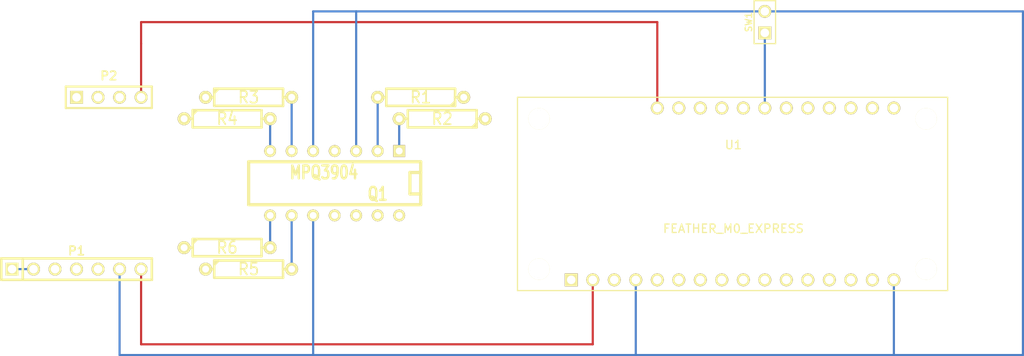
<source format=kicad_pcb>
(kicad_pcb (version 3) (host pcbnew "(2013-june-11)-stable")

  (general
    (links 24)
    (no_connects 0)
    (area 120.268999 105.926467 216.229001 149.606)
    (thickness 1.6)
    (drawings 0)
    (tracks 58)
    (zones 0)
    (modules 11)
    (nets 20)
  )

  (page A3)
  (layers
    (15 F.Cu signal)
    (4 Inner4.Cu signal)
    (3 Inner3.Cu signal)
    (2 Inner2.Cu signal)
    (1 Inner1.Cu signal)
    (0 B.Cu signal)
    (16 B.Adhes user)
    (17 F.Adhes user)
    (18 B.Paste user)
    (19 F.Paste user)
    (20 B.SilkS user)
    (21 F.SilkS user)
    (22 B.Mask user)
    (23 F.Mask user)
    (24 Dwgs.User user)
    (25 Cmts.User user)
    (26 Eco1.User user)
    (27 Eco2.User user)
    (28 Edge.Cuts user)
  )

  (setup
    (last_trace_width 0.254)
    (trace_clearance 0.254)
    (zone_clearance 0.508)
    (zone_45_only no)
    (trace_min 0.254)
    (segment_width 0.2)
    (edge_width 0.1)
    (via_size 0.889)
    (via_drill 0.635)
    (via_min_size 0.889)
    (via_min_drill 0.508)
    (uvia_size 0.508)
    (uvia_drill 0.127)
    (uvias_allowed no)
    (uvia_min_size 0.508)
    (uvia_min_drill 0.127)
    (pcb_text_width 0.3)
    (pcb_text_size 1.5 1.5)
    (mod_edge_width 0.15)
    (mod_text_size 1 1)
    (mod_text_width 0.15)
    (pad_size 1.524 1.524)
    (pad_drill 1.016)
    (pad_to_mask_clearance 0)
    (aux_axis_origin 0 0)
    (visible_elements FFFFFFBF)
    (pcbplotparams
      (layerselection 3178497)
      (usegerberextensions true)
      (excludeedgelayer true)
      (linewidth 0.150000)
      (plotframeref false)
      (viasonmask false)
      (mode 1)
      (useauxorigin false)
      (hpglpennumber 1)
      (hpglpenspeed 20)
      (hpglpendiameter 15)
      (hpglpenoverlay 2)
      (psnegative false)
      (psa4output false)
      (plotreference true)
      (plotvalue true)
      (plotothertext true)
      (plotinvisibletext false)
      (padsonsilk false)
      (subtractmaskfromsilk false)
      (outputformat 1)
      (mirror false)
      (drillshape 1)
      (scaleselection 1)
      (outputdirectory ""))
  )

  (net 0 "")
  (net 1 /B)
  (net 2 /Comm)
  (net 3 /G)
  (net 4 /GND)
  (net 5 /INT)
  (net 6 /R)
  (net 7 /SCL)
  (net 8 /SDA)
  (net 9 /VIN)
  (net 10 N-0000010)
  (net 11 N-0000011)
  (net 12 N-0000012)
  (net 13 N-0000013)
  (net 14 N-000002)
  (net 15 N-000004)
  (net 16 N-000006)
  (net 17 N-000007)
  (net 18 N-000008)
  (net 19 N-000009)

  (net_class Default "This is the default net class."
    (clearance 0.254)
    (trace_width 0.254)
    (via_dia 0.889)
    (via_drill 0.635)
    (uvia_dia 0.508)
    (uvia_drill 0.127)
    (add_net "")
    (add_net /B)
    (add_net /Comm)
    (add_net /G)
    (add_net /GND)
    (add_net /INT)
    (add_net /R)
    (add_net /SCL)
    (add_net /SDA)
    (add_net /VIN)
    (add_net N-0000010)
    (add_net N-0000011)
    (add_net N-0000012)
    (add_net N-0000013)
    (add_net N-000002)
    (add_net N-000004)
    (add_net N-000006)
    (add_net N-000007)
    (add_net N-000008)
    (add_net N-000009)
  )

  (module R4 (layer F.Cu) (tedit 200000) (tstamp 5D71D36F)
    (at 133.35 138.43)
    (descr "Resitance 4 pas")
    (tags R)
    (path /5BDCBE28)
    (autoplace_cost180 10)
    (fp_text reference R5 (at 0 0) (layer F.SilkS)
      (effects (font (size 1.397 1.27) (thickness 0.2032)))
    )
    (fp_text value "1K Ohms" (at 0 0) (layer F.SilkS) hide
      (effects (font (size 1.397 1.27) (thickness 0.2032)))
    )
    (fp_line (start -5.08 0) (end -4.064 0) (layer F.SilkS) (width 0.3048))
    (fp_line (start -4.064 0) (end -4.064 -1.016) (layer F.SilkS) (width 0.3048))
    (fp_line (start -4.064 -1.016) (end 4.064 -1.016) (layer F.SilkS) (width 0.3048))
    (fp_line (start 4.064 -1.016) (end 4.064 1.016) (layer F.SilkS) (width 0.3048))
    (fp_line (start 4.064 1.016) (end -4.064 1.016) (layer F.SilkS) (width 0.3048))
    (fp_line (start -4.064 1.016) (end -4.064 0) (layer F.SilkS) (width 0.3048))
    (fp_line (start -4.064 -0.508) (end -3.556 -1.016) (layer F.SilkS) (width 0.3048))
    (fp_line (start 5.08 0) (end 4.064 0) (layer F.SilkS) (width 0.3048))
    (pad 1 thru_hole circle (at -5.08 0) (size 1.524 1.524) (drill 0.8128)
      (layers *.Cu *.Mask F.SilkS)
      (net 10 N-0000010)
    )
    (pad 2 thru_hole circle (at 5.08 0) (size 1.524 1.524) (drill 0.8128)
      (layers *.Cu *.Mask F.SilkS)
      (net 19 N-000009)
    )
    (model discret/resistor.wrl
      (at (xyz 0 0 0))
      (scale (xyz 0.4 0.4 0.4))
      (rotate (xyz 0 0 0))
    )
  )

  (module R4 (layer F.Cu) (tedit 200000) (tstamp 5D71D37D)
    (at 133.35 118.11)
    (descr "Resitance 4 pas")
    (tags R)
    (path /5BDCBE37)
    (autoplace_cost180 10)
    (fp_text reference R3 (at 0 0) (layer F.SilkS)
      (effects (font (size 1.397 1.27) (thickness 0.2032)))
    )
    (fp_text value "1K Ohms" (at 0 0) (layer F.SilkS) hide
      (effects (font (size 1.397 1.27) (thickness 0.2032)))
    )
    (fp_line (start -5.08 0) (end -4.064 0) (layer F.SilkS) (width 0.3048))
    (fp_line (start -4.064 0) (end -4.064 -1.016) (layer F.SilkS) (width 0.3048))
    (fp_line (start -4.064 -1.016) (end 4.064 -1.016) (layer F.SilkS) (width 0.3048))
    (fp_line (start 4.064 -1.016) (end 4.064 1.016) (layer F.SilkS) (width 0.3048))
    (fp_line (start 4.064 1.016) (end -4.064 1.016) (layer F.SilkS) (width 0.3048))
    (fp_line (start -4.064 1.016) (end -4.064 0) (layer F.SilkS) (width 0.3048))
    (fp_line (start -4.064 -0.508) (end -3.556 -1.016) (layer F.SilkS) (width 0.3048))
    (fp_line (start 5.08 0) (end 4.064 0) (layer F.SilkS) (width 0.3048))
    (pad 1 thru_hole circle (at -5.08 0) (size 1.524 1.524) (drill 0.8128)
      (layers *.Cu *.Mask F.SilkS)
      (net 12 N-0000012)
    )
    (pad 2 thru_hole circle (at 5.08 0) (size 1.524 1.524) (drill 0.8128)
      (layers *.Cu *.Mask F.SilkS)
      (net 11 N-0000011)
    )
    (model discret/resistor.wrl
      (at (xyz 0 0 0))
      (scale (xyz 0.4 0.4 0.4))
      (rotate (xyz 0 0 0))
    )
  )

  (module R4 (layer F.Cu) (tedit 200000) (tstamp 5D71D38B)
    (at 153.67 118.11 180)
    (descr "Resitance 4 pas")
    (tags R)
    (path /5BDCBE8C)
    (autoplace_cost180 10)
    (fp_text reference R1 (at 0 0 180) (layer F.SilkS)
      (effects (font (size 1.397 1.27) (thickness 0.2032)))
    )
    (fp_text value "1K Ohms" (at 0 0 180) (layer F.SilkS) hide
      (effects (font (size 1.397 1.27) (thickness 0.2032)))
    )
    (fp_line (start -5.08 0) (end -4.064 0) (layer F.SilkS) (width 0.3048))
    (fp_line (start -4.064 0) (end -4.064 -1.016) (layer F.SilkS) (width 0.3048))
    (fp_line (start -4.064 -1.016) (end 4.064 -1.016) (layer F.SilkS) (width 0.3048))
    (fp_line (start 4.064 -1.016) (end 4.064 1.016) (layer F.SilkS) (width 0.3048))
    (fp_line (start 4.064 1.016) (end -4.064 1.016) (layer F.SilkS) (width 0.3048))
    (fp_line (start -4.064 1.016) (end -4.064 0) (layer F.SilkS) (width 0.3048))
    (fp_line (start -4.064 -0.508) (end -3.556 -1.016) (layer F.SilkS) (width 0.3048))
    (fp_line (start 5.08 0) (end 4.064 0) (layer F.SilkS) (width 0.3048))
    (pad 1 thru_hole circle (at -5.08 0 180) (size 1.524 1.524) (drill 0.8128)
      (layers *.Cu *.Mask F.SilkS)
      (net 13 N-0000013)
    )
    (pad 2 thru_hole circle (at 5.08 0 180) (size 1.524 1.524) (drill 0.8128)
      (layers *.Cu *.Mask F.SilkS)
      (net 18 N-000008)
    )
    (model discret/resistor.wrl
      (at (xyz 0 0 0))
      (scale (xyz 0.4 0.4 0.4))
      (rotate (xyz 0 0 0))
    )
  )

  (module R4 (layer F.Cu) (tedit 200000) (tstamp 5D71D399)
    (at 156.21 120.65 180)
    (descr "Resitance 4 pas")
    (tags R)
    (path /5BDCBFCC)
    (autoplace_cost180 10)
    (fp_text reference R2 (at 0 0 180) (layer F.SilkS)
      (effects (font (size 1.397 1.27) (thickness 0.2032)))
    )
    (fp_text value "45 Ohms" (at 0 0 180) (layer F.SilkS) hide
      (effects (font (size 1.397 1.27) (thickness 0.2032)))
    )
    (fp_line (start -5.08 0) (end -4.064 0) (layer F.SilkS) (width 0.3048))
    (fp_line (start -4.064 0) (end -4.064 -1.016) (layer F.SilkS) (width 0.3048))
    (fp_line (start -4.064 -1.016) (end 4.064 -1.016) (layer F.SilkS) (width 0.3048))
    (fp_line (start 4.064 -1.016) (end 4.064 1.016) (layer F.SilkS) (width 0.3048))
    (fp_line (start 4.064 1.016) (end -4.064 1.016) (layer F.SilkS) (width 0.3048))
    (fp_line (start -4.064 1.016) (end -4.064 0) (layer F.SilkS) (width 0.3048))
    (fp_line (start -4.064 -0.508) (end -3.556 -1.016) (layer F.SilkS) (width 0.3048))
    (fp_line (start 5.08 0) (end 4.064 0) (layer F.SilkS) (width 0.3048))
    (pad 1 thru_hole circle (at -5.08 0 180) (size 1.524 1.524) (drill 0.8128)
      (layers *.Cu *.Mask F.SilkS)
      (net 6 /R)
    )
    (pad 2 thru_hole circle (at 5.08 0 180) (size 1.524 1.524) (drill 0.8128)
      (layers *.Cu *.Mask F.SilkS)
      (net 14 N-000002)
    )
    (model discret/resistor.wrl
      (at (xyz 0 0 0))
      (scale (xyz 0.4 0.4 0.4))
      (rotate (xyz 0 0 0))
    )
  )

  (module R4 (layer F.Cu) (tedit 200000) (tstamp 5D71D3A7)
    (at 130.81 120.65)
    (descr "Resitance 4 pas")
    (tags R)
    (path /5BDCBFDB)
    (autoplace_cost180 10)
    (fp_text reference R4 (at 0 0) (layer F.SilkS)
      (effects (font (size 1.397 1.27) (thickness 0.2032)))
    )
    (fp_text value "45 Ohms" (at 0 0) (layer F.SilkS) hide
      (effects (font (size 1.397 1.27) (thickness 0.2032)))
    )
    (fp_line (start -5.08 0) (end -4.064 0) (layer F.SilkS) (width 0.3048))
    (fp_line (start -4.064 0) (end -4.064 -1.016) (layer F.SilkS) (width 0.3048))
    (fp_line (start -4.064 -1.016) (end 4.064 -1.016) (layer F.SilkS) (width 0.3048))
    (fp_line (start 4.064 -1.016) (end 4.064 1.016) (layer F.SilkS) (width 0.3048))
    (fp_line (start 4.064 1.016) (end -4.064 1.016) (layer F.SilkS) (width 0.3048))
    (fp_line (start -4.064 1.016) (end -4.064 0) (layer F.SilkS) (width 0.3048))
    (fp_line (start -4.064 -0.508) (end -3.556 -1.016) (layer F.SilkS) (width 0.3048))
    (fp_line (start 5.08 0) (end 4.064 0) (layer F.SilkS) (width 0.3048))
    (pad 1 thru_hole circle (at -5.08 0) (size 1.524 1.524) (drill 0.8128)
      (layers *.Cu *.Mask F.SilkS)
      (net 3 /G)
    )
    (pad 2 thru_hole circle (at 5.08 0) (size 1.524 1.524) (drill 0.8128)
      (layers *.Cu *.Mask F.SilkS)
      (net 15 N-000004)
    )
    (model discret/resistor.wrl
      (at (xyz 0 0 0))
      (scale (xyz 0.4 0.4 0.4))
      (rotate (xyz 0 0 0))
    )
  )

  (module R4 (layer F.Cu) (tedit 200000) (tstamp 5D71D3B5)
    (at 130.81 135.89)
    (descr "Resitance 4 pas")
    (tags R)
    (path /5BDCBFEA)
    (autoplace_cost180 10)
    (fp_text reference R6 (at 0 0) (layer F.SilkS)
      (effects (font (size 1.397 1.27) (thickness 0.2032)))
    )
    (fp_text value "45 Ohms" (at 0 0) (layer F.SilkS) hide
      (effects (font (size 1.397 1.27) (thickness 0.2032)))
    )
    (fp_line (start -5.08 0) (end -4.064 0) (layer F.SilkS) (width 0.3048))
    (fp_line (start -4.064 0) (end -4.064 -1.016) (layer F.SilkS) (width 0.3048))
    (fp_line (start -4.064 -1.016) (end 4.064 -1.016) (layer F.SilkS) (width 0.3048))
    (fp_line (start 4.064 -1.016) (end 4.064 1.016) (layer F.SilkS) (width 0.3048))
    (fp_line (start 4.064 1.016) (end -4.064 1.016) (layer F.SilkS) (width 0.3048))
    (fp_line (start -4.064 1.016) (end -4.064 0) (layer F.SilkS) (width 0.3048))
    (fp_line (start -4.064 -0.508) (end -3.556 -1.016) (layer F.SilkS) (width 0.3048))
    (fp_line (start 5.08 0) (end 4.064 0) (layer F.SilkS) (width 0.3048))
    (pad 1 thru_hole circle (at -5.08 0) (size 1.524 1.524) (drill 0.8128)
      (layers *.Cu *.Mask F.SilkS)
      (net 1 /B)
    )
    (pad 2 thru_hole circle (at 5.08 0) (size 1.524 1.524) (drill 0.8128)
      (layers *.Cu *.Mask F.SilkS)
      (net 16 N-000006)
    )
    (model discret/resistor.wrl
      (at (xyz 0 0 0))
      (scale (xyz 0.4 0.4 0.4))
      (rotate (xyz 0 0 0))
    )
  )

  (module PIN_ARRAY_4x1 (layer F.Cu) (tedit 4C10F42E) (tstamp 5D71D3C1)
    (at 116.84 118.11)
    (descr "Double rangee de contacts 2 x 5 pins")
    (tags CONN)
    (path /5BDCEE1A)
    (fp_text reference P2 (at 0 -2.54) (layer F.SilkS)
      (effects (font (size 1.016 1.016) (thickness 0.2032)))
    )
    (fp_text value "RGB LEDS" (at 0 2.54) (layer F.SilkS) hide
      (effects (font (size 1.016 1.016) (thickness 0.2032)))
    )
    (fp_line (start 5.08 1.27) (end -5.08 1.27) (layer F.SilkS) (width 0.254))
    (fp_line (start 5.08 -1.27) (end -5.08 -1.27) (layer F.SilkS) (width 0.254))
    (fp_line (start -5.08 -1.27) (end -5.08 1.27) (layer F.SilkS) (width 0.254))
    (fp_line (start 5.08 1.27) (end 5.08 -1.27) (layer F.SilkS) (width 0.254))
    (pad 1 thru_hole rect (at -3.81 0) (size 1.524 1.524) (drill 1.016)
      (layers *.Cu *.Mask F.SilkS)
      (net 6 /R)
    )
    (pad 2 thru_hole circle (at -1.27 0) (size 1.524 1.524) (drill 1.016)
      (layers *.Cu *.Mask F.SilkS)
      (net 3 /G)
    )
    (pad 3 thru_hole circle (at 1.27 0) (size 1.524 1.524) (drill 1.016)
      (layers *.Cu *.Mask F.SilkS)
      (net 1 /B)
    )
    (pad 4 thru_hole circle (at 3.81 0) (size 1.524 1.524) (drill 1.016)
      (layers *.Cu *.Mask F.SilkS)
      (net 2 /Comm)
    )
    (model pin_array\pins_array_4x1.wrl
      (at (xyz 0 0 0))
      (scale (xyz 1 1 1))
      (rotate (xyz 0 0 0))
    )
  )

  (module PIN_ARRAY_2X1 (layer F.Cu) (tedit 4565C520) (tstamp 5D71D3CB)
    (at 194.31 109.22 90)
    (descr "Connecteurs 2 pins")
    (tags "CONN DEV")
    (path /5BDCC074)
    (fp_text reference SW1 (at 0 -1.905 90) (layer F.SilkS)
      (effects (font (size 0.762 0.762) (thickness 0.1524)))
    )
    (fp_text value SW_PUSH (at 0 -1.905 90) (layer F.SilkS) hide
      (effects (font (size 0.762 0.762) (thickness 0.1524)))
    )
    (fp_line (start -2.54 1.27) (end -2.54 -1.27) (layer F.SilkS) (width 0.1524))
    (fp_line (start -2.54 -1.27) (end 2.54 -1.27) (layer F.SilkS) (width 0.1524))
    (fp_line (start 2.54 -1.27) (end 2.54 1.27) (layer F.SilkS) (width 0.1524))
    (fp_line (start 2.54 1.27) (end -2.54 1.27) (layer F.SilkS) (width 0.1524))
    (pad 1 thru_hole rect (at -1.27 0 90) (size 1.524 1.524) (drill 1.016)
      (layers *.Cu *.Mask F.SilkS)
      (net 17 N-000007)
    )
    (pad 2 thru_hole circle (at 1.27 0 90) (size 1.524 1.524) (drill 1.016)
      (layers *.Cu *.Mask F.SilkS)
      (net 4 /GND)
    )
    (model pin_array/pins_array_2x1.wrl
      (at (xyz 0 0 0))
      (scale (xyz 1 1 1))
      (rotate (xyz 0 0 0))
    )
  )

  (module PIN_ARRAY-7X1 (layer F.Cu) (tedit 5BDCF09A) (tstamp 5D71D3F6)
    (at 113.03 138.43)
    (descr "Connecteur 7 pins")
    (tags "CONN DEV")
    (path /5BDCB8B2)
    (fp_text reference P1 (at 0 -2.159) (layer F.SilkS)
      (effects (font (size 1.016 1.016) (thickness 0.2032)))
    )
    (fp_text value "TCS34725  Breakout" (at 0 2.159) (layer F.SilkS) hide
      (effects (font (size 1.016 0.889) (thickness 0.2032)))
    )
    (fp_line (start -8.89 1.27) (end -8.89 -1.27) (layer F.SilkS) (width 0.3048))
    (fp_line (start -8.89 -1.27) (end 8.89 -1.27) (layer F.SilkS) (width 0.3048))
    (fp_line (start 8.89 -1.27) (end 8.89 1.27) (layer F.SilkS) (width 0.3048))
    (fp_line (start 8.89 1.27) (end -8.89 1.27) (layer F.SilkS) (width 0.3048))
    (fp_line (start -6.35 1.27) (end -6.35 -1.27) (layer F.SilkS) (width 0.3048))
    (pad 1 thru_hole rect (at -7.62 0) (size 1.524 1.524) (drill 1.016)
      (layers *.Cu *.Mask F.SilkS)
      (net 5 /INT)
    )
    (pad 2 thru_hole circle (at -5.08 0) (size 1.524 1.524) (drill 1.016)
      (layers *.Cu *.Mask F.SilkS)
      (net 5 /INT)
    )
    (pad 3 thru_hole circle (at -2.54 0) (size 1.524 1.524) (drill 1.016)
      (layers *.Cu *.Mask F.SilkS)
      (net 8 /SDA)
    )
    (pad 4 thru_hole circle (at 0 0) (size 1.524 1.524) (drill 1.016)
      (layers *.Cu *.Mask F.SilkS)
      (net 7 /SCL)
    )
    (pad 5 thru_hole circle (at 2.54 0) (size 1.524 1.524) (drill 1.016)
      (layers *.Cu *.Mask F.SilkS)
    )
    (pad 6 thru_hole circle (at 5.08 0) (size 1.524 1.524) (drill 1.016)
      (layers *.Cu *.Mask F.SilkS)
      (net 4 /GND)
    )
    (pad 7 thru_hole circle (at 7.62 0) (size 1.524 1.524) (drill 1.016)
      (layers *.Cu *.Mask F.SilkS)
      (net 9 /VIN)
    )
    (model pin_array/pins_array_6x1.wrl
      (at (xyz 0 0 0))
      (scale (xyz 1 1 1))
      (rotate (xyz 0 0 0))
    )
  )

  (module DIP-14__300 (layer F.Cu) (tedit 200000) (tstamp 5D71D40F)
    (at 143.51 128.27 180)
    (descr "14 pins DIL package, round pads")
    (tags DIL)
    (path /5BDCBDEA)
    (fp_text reference Q1 (at -5.08 -1.27 180) (layer F.SilkS)
      (effects (font (size 1.524 1.143) (thickness 0.3048)))
    )
    (fp_text value MPQ3904 (at 1.27 1.27 180) (layer F.SilkS)
      (effects (font (size 1.524 1.143) (thickness 0.3048)))
    )
    (fp_line (start -10.16 -2.54) (end 10.16 -2.54) (layer F.SilkS) (width 0.381))
    (fp_line (start 10.16 2.54) (end -10.16 2.54) (layer F.SilkS) (width 0.381))
    (fp_line (start -10.16 2.54) (end -10.16 -2.54) (layer F.SilkS) (width 0.381))
    (fp_line (start -10.16 -1.27) (end -8.89 -1.27) (layer F.SilkS) (width 0.381))
    (fp_line (start -8.89 -1.27) (end -8.89 1.27) (layer F.SilkS) (width 0.381))
    (fp_line (start -8.89 1.27) (end -10.16 1.27) (layer F.SilkS) (width 0.381))
    (fp_line (start 10.16 -2.54) (end 10.16 2.54) (layer F.SilkS) (width 0.381))
    (pad 1 thru_hole rect (at -7.62 3.81 180) (size 1.397 1.397) (drill 0.8128)
      (layers *.Cu *.Mask F.SilkS)
      (net 14 N-000002)
    )
    (pad 2 thru_hole circle (at -5.08 3.81 180) (size 1.397 1.397) (drill 0.8128)
      (layers *.Cu *.Mask F.SilkS)
      (net 18 N-000008)
    )
    (pad 3 thru_hole circle (at -2.54 3.81 180) (size 1.397 1.397) (drill 0.8128)
      (layers *.Cu *.Mask F.SilkS)
      (net 4 /GND)
    )
    (pad 4 thru_hole circle (at 0 3.81 180) (size 1.397 1.397) (drill 0.8128)
      (layers *.Cu *.Mask F.SilkS)
    )
    (pad 5 thru_hole circle (at 2.54 3.81 180) (size 1.397 1.397) (drill 0.8128)
      (layers *.Cu *.Mask F.SilkS)
      (net 4 /GND)
    )
    (pad 6 thru_hole circle (at 5.08 3.81 180) (size 1.397 1.397) (drill 0.8128)
      (layers *.Cu *.Mask F.SilkS)
      (net 11 N-0000011)
    )
    (pad 7 thru_hole circle (at 7.62 3.81 180) (size 1.397 1.397) (drill 0.8128)
      (layers *.Cu *.Mask F.SilkS)
      (net 15 N-000004)
    )
    (pad 8 thru_hole circle (at 7.62 -3.81 180) (size 1.397 1.397) (drill 0.8128)
      (layers *.Cu *.Mask F.SilkS)
      (net 16 N-000006)
    )
    (pad 9 thru_hole circle (at 5.08 -3.81 180) (size 1.397 1.397) (drill 0.8128)
      (layers *.Cu *.Mask F.SilkS)
      (net 19 N-000009)
    )
    (pad 10 thru_hole circle (at 2.54 -3.81 180) (size 1.397 1.397) (drill 0.8128)
      (layers *.Cu *.Mask F.SilkS)
      (net 4 /GND)
    )
    (pad 11 thru_hole circle (at 0 -3.81 180) (size 1.397 1.397) (drill 0.8128)
      (layers *.Cu *.Mask F.SilkS)
    )
    (pad 12 thru_hole circle (at -2.54 -3.81 180) (size 1.397 1.397) (drill 0.8128)
      (layers *.Cu *.Mask F.SilkS)
    )
    (pad 13 thru_hole circle (at -5.08 -3.81 180) (size 1.397 1.397) (drill 0.8128)
      (layers *.Cu *.Mask F.SilkS)
    )
    (pad 14 thru_hole circle (at -7.62 -3.81 180) (size 1.397 1.397) (drill 0.8128)
      (layers *.Cu *.Mask F.SilkS)
    )
    (model dil/dil_14.wrl
      (at (xyz 0 0 0))
      (scale (xyz 1 1 1))
      (rotate (xyz 0 0 0))
    )
  )

  (module AdafruitFeather (layer F.Cu) (tedit 5B08D409) (tstamp 5D71D437)
    (at 190.5 129.54)
    (path /5BDCB892)
    (fp_text reference U1 (at 0.1 -5.8) (layer F.SilkS)
      (effects (font (size 1 1) (thickness 0.15)))
    )
    (fp_text value FEATHER_M0_EXPRESS (at 0.1 4.1) (layer F.SilkS)
      (effects (font (size 1 1) (thickness 0.15)))
    )
    (fp_line (start -25.4 -11.43) (end 25.4 -11.43) (layer F.SilkS) (width 0.15))
    (fp_line (start 25.4 -11.43) (end 25.4 11.43) (layer F.SilkS) (width 0.15))
    (fp_line (start 25.4 11.43) (end -25.4 11.43) (layer F.SilkS) (width 0.15))
    (fp_line (start -25.4 11.43) (end -25.4 -11.43) (layer F.SilkS) (width 0.15))
    (pad "" np_thru_hole circle (at -22.86 -8.89) (size 2.54 2.54) (drill 2.54)
      (layers *.Cu *.Mask F.SilkS)
    )
    (pad "" np_thru_hole circle (at -22.86 8.89) (size 2.54 2.54) (drill 2.54)
      (layers *.Cu *.Mask F.SilkS)
    )
    (pad "" np_thru_hole circle (at 22.86 -8.89) (size 2.54 2.54) (drill 2.54)
      (layers *.Cu *.Mask F.SilkS)
    )
    (pad "" np_thru_hole circle (at 22.86 8.89) (size 2.54 2.54) (drill 2.54)
      (layers *.Cu *.Mask F.SilkS)
    )
    (pad 1 thru_hole rect (at -19.05 10.16) (size 1.524 1.524) (drill 1.016)
      (layers *.Cu *.Mask F.SilkS)
    )
    (pad 2 thru_hole circle (at -16.51 10.16) (size 1.524 1.524) (drill 1.016)
      (layers *.Cu *.Mask F.SilkS)
      (net 9 /VIN)
    )
    (pad 3 thru_hole circle (at -13.97 10.16) (size 1.524 1.524) (drill 1.016)
      (layers *.Cu *.Mask F.SilkS)
    )
    (pad 4 thru_hole circle (at -11.43 10.16) (size 1.524 1.524) (drill 1.016)
      (layers *.Cu *.Mask F.SilkS)
      (net 4 /GND)
    )
    (pad 5 thru_hole circle (at -8.89 10.16) (size 1.524 1.524) (drill 1.016)
      (layers *.Cu *.Mask F.SilkS)
    )
    (pad 6 thru_hole circle (at -6.35 10.16) (size 1.524 1.524) (drill 1.016)
      (layers *.Cu *.Mask F.SilkS)
    )
    (pad 7 thru_hole circle (at -3.81 10.16) (size 1.524 1.524) (drill 1.016)
      (layers *.Cu *.Mask F.SilkS)
    )
    (pad 8 thru_hole circle (at -1.27 10.16) (size 1.524 1.524) (drill 1.016)
      (layers *.Cu *.Mask F.SilkS)
    )
    (pad 9 thru_hole circle (at 1.27 10.16) (size 1.524 1.524) (drill 1.016)
      (layers *.Cu *.Mask F.SilkS)
    )
    (pad 10 thru_hole circle (at 3.81 10.16) (size 1.524 1.524) (drill 1.016)
      (layers *.Cu *.Mask F.SilkS)
    )
    (pad 11 thru_hole circle (at 6.35 10.16) (size 1.524 1.524) (drill 1.016)
      (layers *.Cu *.Mask F.SilkS)
    )
    (pad 12 thru_hole circle (at 8.89 10.16) (size 1.524 1.524) (drill 1.016)
      (layers *.Cu *.Mask F.SilkS)
    )
    (pad 13 thru_hole circle (at 11.43 10.16) (size 1.524 1.524) (drill 1.016)
      (layers *.Cu *.Mask F.SilkS)
    )
    (pad 14 thru_hole circle (at 13.97 10.16) (size 1.524 1.524) (drill 1.016)
      (layers *.Cu *.Mask F.SilkS)
    )
    (pad 15 thru_hole circle (at 16.51 10.16) (size 1.524 1.524) (drill 1.016)
      (layers *.Cu *.Mask F.SilkS)
    )
    (pad 16 thru_hole circle (at 19.05 10.16) (size 1.524 1.524) (drill 1.016)
      (layers *.Cu *.Mask F.SilkS)
      (net 4 /GND)
    )
    (pad 17 thru_hole circle (at 19.05 -10.16) (size 1.524 1.524) (drill 1.016)
      (layers *.Cu *.Mask F.SilkS)
      (net 8 /SDA)
    )
    (pad 18 thru_hole circle (at 16.51 -10.16) (size 1.524 1.524) (drill 1.016)
      (layers *.Cu *.Mask F.SilkS)
      (net 7 /SCL)
    )
    (pad 19 thru_hole circle (at 13.97 -10.16) (size 1.524 1.524) (drill 1.016)
      (layers *.Cu *.Mask F.SilkS)
      (net 10 N-0000010)
    )
    (pad 20 thru_hole circle (at 11.43 -10.16) (size 1.524 1.524) (drill 1.016)
      (layers *.Cu *.Mask F.SilkS)
      (net 12 N-0000012)
    )
    (pad 21 thru_hole circle (at 8.89 -10.16) (size 1.524 1.524) (drill 1.016)
      (layers *.Cu *.Mask F.SilkS)
    )
    (pad 22 thru_hole circle (at 6.35 -10.16) (size 1.524 1.524) (drill 1.016)
      (layers *.Cu *.Mask F.SilkS)
      (net 13 N-0000013)
    )
    (pad 23 thru_hole circle (at 3.81 -10.16) (size 1.524 1.524) (drill 1.016)
      (layers *.Cu *.Mask F.SilkS)
      (net 17 N-000007)
    )
    (pad 24 thru_hole circle (at 1.27 -10.16) (size 1.524 1.524) (drill 1.016)
      (layers *.Cu *.Mask F.SilkS)
    )
    (pad 25 thru_hole circle (at -1.27 -10.16) (size 1.524 1.524) (drill 1.016)
      (layers *.Cu *.Mask F.SilkS)
    )
    (pad 26 thru_hole circle (at -3.81 -10.16) (size 1.524 1.524) (drill 1.016)
      (layers *.Cu *.Mask F.SilkS)
    )
    (pad 27 thru_hole circle (at -6.35 -10.16) (size 1.524 1.524) (drill 1.016)
      (layers *.Cu *.Mask F.SilkS)
    )
    (pad 28 thru_hole circle (at -8.89 -10.16) (size 1.524 1.524) (drill 1.016)
      (layers *.Cu *.Mask F.SilkS)
      (net 2 /Comm)
    )
  )

  (segment (start 125.73 135.89) (end 118.11 135.89) (width 0.254) (layer Inner3.Cu) (net 1) (status 400000))
  (segment (start 118.11 135.89) (end 118.11 118.11) (width 0.254) (layer Inner3.Cu) (net 1) (tstamp 5D71D76D) (status 800000))
  (segment (start 120.65 118.11) (end 120.65 111.76) (width 0.254) (layer F.Cu) (net 2) (status 400000))
  (segment (start 181.61 109.22) (end 181.61 119.38) (width 0.254) (layer F.Cu) (net 2) (tstamp 5D71D706) (status 800000))
  (segment (start 120.65 109.22) (end 181.61 109.22) (width 0.254) (layer F.Cu) (net 2) (tstamp 5D71D704))
  (segment (start 120.65 111.76) (end 120.65 109.22) (width 0.254) (layer F.Cu) (net 2) (tstamp 5D71D700))
  (segment (start 125.73 120.65) (end 115.57 120.65) (width 0.254) (layer Inner4.Cu) (net 3) (status 400000))
  (segment (start 115.57 120.65) (end 115.57 118.11) (width 0.254) (layer Inner4.Cu) (net 3) (tstamp 5D71D73C) (status 800000))
  (segment (start 140.97 124.46) (end 140.97 107.95) (width 0.254) (layer B.Cu) (net 4) (status 400000))
  (segment (start 140.97 107.95) (end 146.05 107.95) (width 0.254) (layer B.Cu) (net 4) (tstamp 5D71D6CF))
  (segment (start 194.31 107.95) (end 146.05 107.95) (width 0.254) (layer B.Cu) (net 4) (status 400000))
  (segment (start 146.05 107.95) (end 146.05 124.46) (width 0.254) (layer B.Cu) (net 4) (tstamp 5D71D6C6) (status 800000))
  (segment (start 209.55 148.59) (end 224.79 148.59) (width 0.254) (layer B.Cu) (net 4))
  (segment (start 224.79 107.95) (end 194.31 107.95) (width 0.254) (layer B.Cu) (net 4) (tstamp 5D71D6BA) (status 800000))
  (segment (start 224.79 148.59) (end 224.79 107.95) (width 0.254) (layer B.Cu) (net 4) (tstamp 5D71D6B7))
  (segment (start 179.07 148.59) (end 209.55 148.59) (width 0.254) (layer B.Cu) (net 4))
  (segment (start 209.55 148.59) (end 209.55 139.7) (width 0.254) (layer B.Cu) (net 4) (tstamp 5D71D6A9) (status 800000))
  (segment (start 140.97 132.08) (end 140.97 148.59) (width 0.254) (layer B.Cu) (net 4) (status 400000))
  (segment (start 179.07 139.7) (end 179.07 148.59) (width 0.254) (layer B.Cu) (net 4) (status 400000))
  (segment (start 118.11 148.59) (end 118.11 138.43) (width 0.254) (layer B.Cu) (net 4) (tstamp 5D71D689) (status 800000))
  (segment (start 179.07 148.59) (end 140.97 148.59) (width 0.254) (layer B.Cu) (net 4) (tstamp 5D71D67B))
  (segment (start 140.97 148.59) (end 118.11 148.59) (width 0.254) (layer B.Cu) (net 4) (tstamp 5D71D69A))
  (segment (start 105.41 138.43) (end 107.95 138.43) (width 0.254) (layer B.Cu) (net 5) (status C00000))
  (segment (start 113.03 118.11) (end 113.03 110.49) (width 0.254) (layer Inner3.Cu) (net 6) (status 400000))
  (segment (start 161.29 110.49) (end 161.29 120.65) (width 0.254) (layer Inner3.Cu) (net 6) (tstamp 5D71D764) (status 800000))
  (segment (start 113.03 110.49) (end 161.29 110.49) (width 0.254) (layer Inner3.Cu) (net 6) (tstamp 5D71D75F))
  (segment (start 207.01 119.38) (end 207.01 115.57) (width 0.254) (layer Inner4.Cu) (net 7) (status 400000))
  (segment (start 113.03 121.92) (end 113.03 138.43) (width 0.254) (layer Inner4.Cu) (net 7) (tstamp 5D71D84F) (status 800000))
  (segment (start 143.51 121.92) (end 113.03 121.92) (width 0.254) (layer Inner4.Cu) (net 7) (tstamp 5D71D84D))
  (segment (start 143.51 115.57) (end 143.51 121.92) (width 0.254) (layer Inner4.Cu) (net 7) (tstamp 5D71D83E))
  (segment (start 162.56 115.57) (end 143.51 115.57) (width 0.254) (layer Inner4.Cu) (net 7) (tstamp 5D71D830))
  (segment (start 207.01 115.57) (end 162.56 115.57) (width 0.254) (layer Inner4.Cu) (net 7) (tstamp 5D71D82E))
  (segment (start 209.55 119.38) (end 209.55 115.57) (width 0.254) (layer Inner2.Cu) (net 8) (status 400000))
  (segment (start 110.49 146.05) (end 110.49 138.43) (width 0.254) (layer Inner2.Cu) (net 8) (tstamp 5D71D8AA) (status 800000))
  (segment (start 222.25 146.05) (end 110.49 146.05) (width 0.254) (layer Inner2.Cu) (net 8) (tstamp 5D71D8A6))
  (segment (start 222.25 115.57) (end 222.25 146.05) (width 0.254) (layer Inner2.Cu) (net 8) (tstamp 5D71D8A3))
  (segment (start 209.55 115.57) (end 222.25 115.57) (width 0.254) (layer Inner2.Cu) (net 8) (tstamp 5D71D8A1))
  (segment (start 173.99 139.7) (end 173.99 147.32) (width 0.254) (layer F.Cu) (net 9) (status 400000))
  (segment (start 120.65 147.32) (end 120.65 138.43) (width 0.254) (layer F.Cu) (net 9) (tstamp 5D71D6F2) (status 800000))
  (segment (start 173.99 147.32) (end 120.65 147.32) (width 0.254) (layer F.Cu) (net 9) (tstamp 5D71D6EE))
  (segment (start 204.47 119.38) (end 204.47 114.3) (width 0.254) (layer Inner3.Cu) (net 10) (status 400000))
  (segment (start 128.27 144.78) (end 128.27 138.43) (width 0.254) (layer Inner3.Cu) (net 10) (tstamp 5D71D7E7) (status 800000))
  (segment (start 163.83 144.78) (end 128.27 144.78) (width 0.254) (layer Inner3.Cu) (net 10) (tstamp 5D71D7E3))
  (segment (start 163.83 114.3) (end 163.83 144.78) (width 0.254) (layer Inner3.Cu) (net 10) (tstamp 5D71D7DD))
  (segment (start 204.47 114.3) (end 163.83 114.3) (width 0.254) (layer Inner3.Cu) (net 10) (tstamp 5D71D7D5))
  (segment (start 138.43 118.11) (end 138.43 124.46) (width 0.254) (layer B.Cu) (net 11) (status C00000))
  (segment (start 128.27 118.11) (end 128.27 111.76) (width 0.254) (layer Inner2.Cu) (net 12) (status 400000))
  (segment (start 201.93 111.76) (end 201.93 119.38) (width 0.254) (layer Inner2.Cu) (net 12) (tstamp 5D71D781) (status 800000))
  (segment (start 128.27 111.76) (end 201.93 111.76) (width 0.254) (layer Inner2.Cu) (net 12) (tstamp 5D71D77E))
  (segment (start 158.75 118.11) (end 158.75 113.03) (width 0.254) (layer Inner1.Cu) (net 13) (status 400000))
  (segment (start 196.85 113.03) (end 196.85 119.38) (width 0.254) (layer Inner1.Cu) (net 13) (tstamp 5D71D7A3) (status 800000))
  (segment (start 158.75 113.03) (end 196.85 113.03) (width 0.254) (layer Inner1.Cu) (net 13) (tstamp 5D71D79F))
  (segment (start 151.13 120.65) (end 151.13 124.46) (width 0.254) (layer B.Cu) (net 14) (status C00000))
  (segment (start 135.89 120.65) (end 135.89 124.46) (width 0.254) (layer B.Cu) (net 15) (status C00000))
  (segment (start 135.89 132.08) (end 135.89 135.89) (width 0.254) (layer B.Cu) (net 16) (status C00000))
  (segment (start 194.31 110.49) (end 194.31 119.38) (width 0.254) (layer B.Cu) (net 17) (status C00000))
  (segment (start 148.59 118.11) (end 148.59 124.46) (width 0.254) (layer B.Cu) (net 18) (status C00000))
  (segment (start 138.43 132.08) (end 138.43 138.43) (width 0.254) (layer B.Cu) (net 19) (status C00000))

)

</source>
